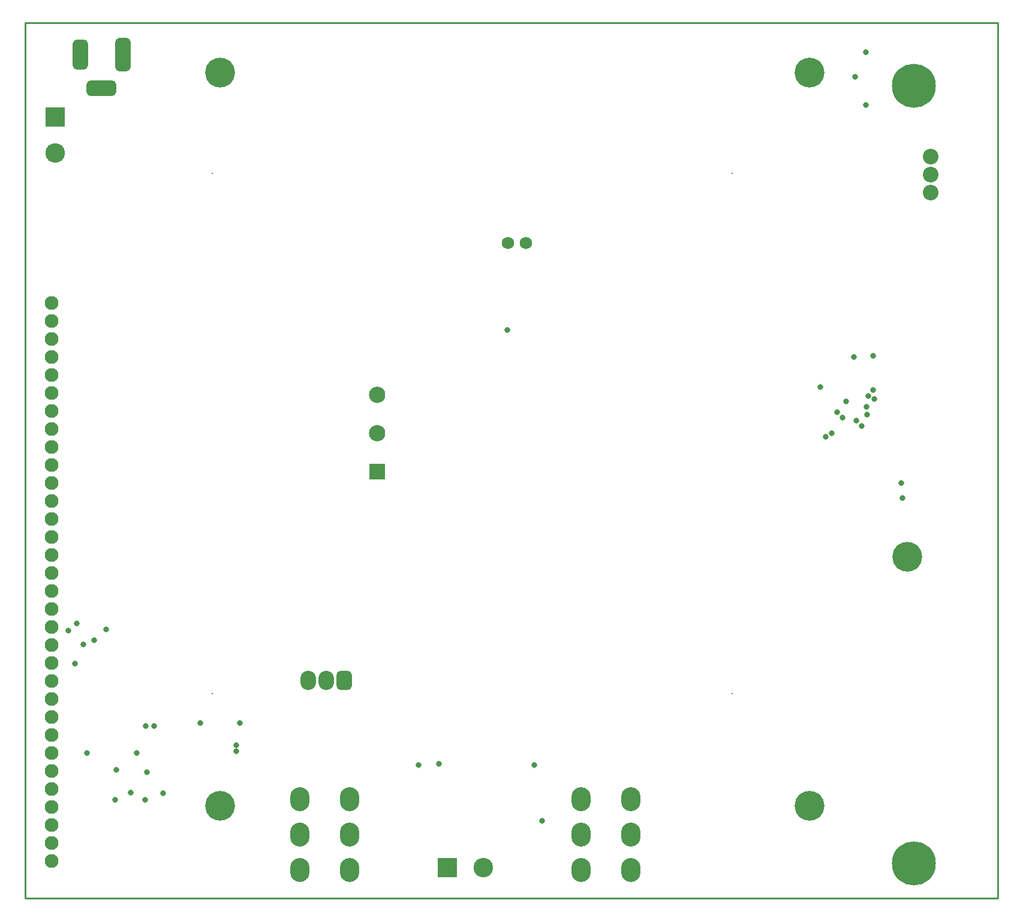
<source format=gbs>
G04*
G04 #@! TF.GenerationSoftware,Altium Limited,CircuitStudio,1.5.2 (1.5.2.30)*
G04*
G04 Layer_Color=8150272*
%FSLAX44Y44*%
%MOMM*%
G71*
G01*
G75*
%ADD28C,0.2500*%
%ADD65C,1.9532*%
%ADD66C,6.2032*%
%ADD67O,2.7432X3.3782*%
%ADD68R,2.7432X2.7432*%
%ADD69C,2.7432*%
%ADD70C,4.2032*%
%ADD71C,2.2032*%
G04:AMPARAMS|DCode=72|XSize=2.2032mm|YSize=4.2032mm|CornerRadius=0.6016mm|HoleSize=0mm|Usage=FLASHONLY|Rotation=180.000|XOffset=0mm|YOffset=0mm|HoleType=Round|Shape=RoundedRectangle|*
%AMROUNDEDRECTD72*
21,1,2.2032,3.0000,0,0,180.0*
21,1,1.0000,4.2032,0,0,180.0*
1,1,1.2032,-0.5000,1.5000*
1,1,1.2032,0.5000,1.5000*
1,1,1.2032,0.5000,-1.5000*
1,1,1.2032,-0.5000,-1.5000*
%
%ADD72ROUNDEDRECTD72*%
G04:AMPARAMS|DCode=73|XSize=2.2032mm|YSize=4.7032mm|CornerRadius=0.6016mm|HoleSize=0mm|Usage=FLASHONLY|Rotation=0.000|XOffset=0mm|YOffset=0mm|HoleType=Round|Shape=RoundedRectangle|*
%AMROUNDEDRECTD73*
21,1,2.2032,3.5000,0,0,0.0*
21,1,1.0000,4.7032,0,0,0.0*
1,1,1.2032,0.5000,-1.7500*
1,1,1.2032,-0.5000,-1.7500*
1,1,1.2032,-0.5000,1.7500*
1,1,1.2032,0.5000,1.7500*
%
%ADD73ROUNDEDRECTD73*%
G04:AMPARAMS|DCode=74|XSize=2.2032mm|YSize=4.2032mm|CornerRadius=0.6016mm|HoleSize=0mm|Usage=FLASHONLY|Rotation=90.000|XOffset=0mm|YOffset=0mm|HoleType=Round|Shape=RoundedRectangle|*
%AMROUNDEDRECTD74*
21,1,2.2032,3.0000,0,0,90.0*
21,1,1.0000,4.2032,0,0,90.0*
1,1,1.2032,1.5000,0.5000*
1,1,1.2032,1.5000,-0.5000*
1,1,1.2032,-1.5000,-0.5000*
1,1,1.2032,-1.5000,0.5000*
%
%ADD74ROUNDEDRECTD74*%
G04:AMPARAMS|DCode=75|XSize=2.2032mm|YSize=2.7032mm|CornerRadius=0.6016mm|HoleSize=0mm|Usage=FLASHONLY|Rotation=0.000|XOffset=0mm|YOffset=0mm|HoleType=Round|Shape=RoundedRectangle|*
%AMROUNDEDRECTD75*
21,1,2.2032,1.5000,0,0,0.0*
21,1,1.0000,2.7032,0,0,0.0*
1,1,1.2032,0.5000,-0.7500*
1,1,1.2032,-0.5000,-0.7500*
1,1,1.2032,-0.5000,0.7500*
1,1,1.2032,0.5000,0.7500*
%
%ADD75ROUNDEDRECTD75*%
%ADD76O,2.2032X2.7032*%
%ADD77C,0.2032*%
%ADD78C,2.3032*%
%ADD79R,2.3032X2.3032*%
%ADD80C,1.7272*%
%ADD81R,2.7432X2.7432*%
%ADD82C,0.8032*%
D28*
X1601500Y1461000D02*
X2974500Y1461000D01*
Y2696000D01*
X1601500D02*
X2974500D01*
X1601500Y1461000D02*
Y2696000D01*
D65*
X1639000Y2250100D02*
D03*
Y2224700D02*
D03*
Y2199300D02*
D03*
Y2173900D02*
D03*
Y2148500D02*
D03*
Y2123100D02*
D03*
Y2097700D02*
D03*
Y1691300D02*
D03*
Y1716700D02*
D03*
Y1919900D02*
D03*
Y1945300D02*
D03*
Y1996100D02*
D03*
Y2021500D02*
D03*
Y2046900D02*
D03*
Y2072300D02*
D03*
Y2275500D02*
D03*
Y2300900D02*
D03*
Y1970700D02*
D03*
Y1767500D02*
D03*
Y1742100D02*
D03*
Y1843700D02*
D03*
Y1869100D02*
D03*
Y1818300D02*
D03*
Y1792900D02*
D03*
Y1894500D02*
D03*
Y1615100D02*
D03*
Y1640500D02*
D03*
Y1665900D02*
D03*
Y1589700D02*
D03*
Y1538900D02*
D03*
Y1564300D02*
D03*
Y1513500D02*
D03*
D66*
X2856500Y1510000D02*
D03*
Y2607000D02*
D03*
D67*
X1988948Y1501000D02*
D03*
X2059052D02*
D03*
Y1551000D02*
D03*
X1988948D02*
D03*
X2059052Y1601000D02*
D03*
X1988948D02*
D03*
X2386448Y1501000D02*
D03*
X2456552D02*
D03*
Y1551000D02*
D03*
X2386448D02*
D03*
X2456552Y1601000D02*
D03*
X2386448D02*
D03*
D68*
X1644000Y2563500D02*
D03*
D69*
Y2512700D02*
D03*
X2248498Y1504000D02*
D03*
D70*
X1876500Y2626000D02*
D03*
X2709000D02*
D03*
X1876500Y1591000D02*
D03*
X2709000D02*
D03*
X2846500Y1943000D02*
D03*
D71*
X2879500Y2456600D02*
D03*
Y2482000D02*
D03*
Y2507400D02*
D03*
D72*
X1679000Y2651000D02*
D03*
D73*
X1739000D02*
D03*
D74*
X1709000Y2604000D02*
D03*
D75*
X2051900Y1768000D02*
D03*
D76*
X2026500D02*
D03*
X2001100D02*
D03*
D77*
X1865400Y1749900D02*
D03*
X2599600D02*
D03*
Y2484100D02*
D03*
X1865400D02*
D03*
D78*
X2098400Y2171500D02*
D03*
Y2117100D02*
D03*
D79*
Y2062700D02*
D03*
D80*
X2282600Y2385250D02*
D03*
X2308000D02*
D03*
D81*
X2197698Y1504000D02*
D03*
D82*
X2838500Y2047000D02*
D03*
X2840000Y2025500D02*
D03*
X2724500Y2182000D02*
D03*
X2731500Y2112000D02*
D03*
X2790500Y2143000D02*
D03*
X2791500Y2170000D02*
D03*
X2798500Y2178000D02*
D03*
X2789500Y2154000D02*
D03*
X2800500Y2165000D02*
D03*
X2782500Y2127000D02*
D03*
X2774500Y2135000D02*
D03*
X2740500Y2117000D02*
D03*
X2747500Y2147000D02*
D03*
X2755500Y2139000D02*
D03*
X2760500Y2161998D02*
D03*
X2771500Y2225000D02*
D03*
X2798500Y2226000D02*
D03*
X2773500Y2620000D02*
D03*
X2788500Y2580000D02*
D03*
Y2655014D02*
D03*
X1671500Y1792000D02*
D03*
X2331500Y1570000D02*
D03*
X2156500Y1649000D02*
D03*
X1904500Y1708000D02*
D03*
X1848500D02*
D03*
X1715500Y1840000D02*
D03*
X1770500Y1600000D02*
D03*
X1728502Y1599999D02*
D03*
X1750500Y1610000D02*
D03*
X1674500Y1849000D02*
D03*
X1698500Y1825000D02*
D03*
X1795869Y1609000D02*
D03*
X1773500Y1639000D02*
D03*
X1662500Y1839000D02*
D03*
X1683500Y1819000D02*
D03*
X1730500Y1642000D02*
D03*
X1688500Y1666000D02*
D03*
X1758500D02*
D03*
X2320250Y1648750D02*
D03*
X2282500Y2262750D02*
D03*
X2185500Y1651000D02*
D03*
X1899500Y1668678D02*
D03*
X1771501Y1703999D02*
D03*
X1783501D02*
D03*
X1899500Y1677218D02*
D03*
M02*

</source>
